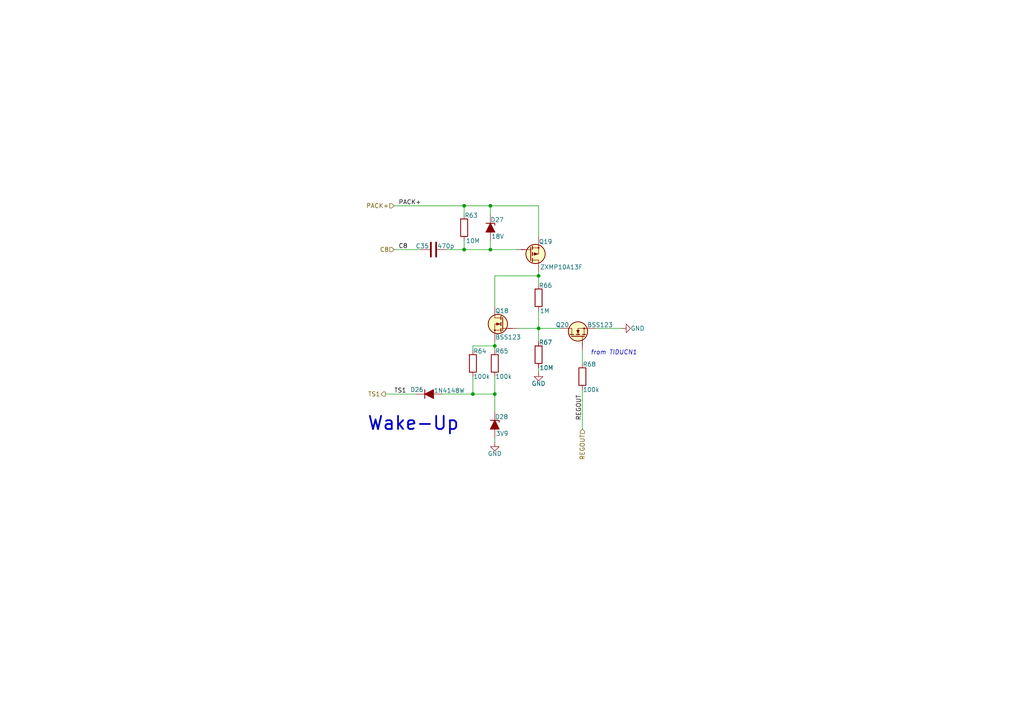
<source format=kicad_sch>
(kicad_sch (version 20250114) (generator "eeschema") (generator_version "9.0")
  (paper "A4")
  (lib_symbols
    (symbol "BSS123_1" (pin_numbers (hide yes)) (pin_names (hide yes))
      (property "Reference" "Q" (at 5.08 1.27 0))
      (property "Value" "BSS123" (at 5.08 -1.27 0))
      (symbol "BSS123_1_0_1"
        (polyline (pts (xy 0.254 1.905) (xy 0.254 -1.905)) (stroke (width 0.254)))
        (polyline (pts (xy 0.254 -1.27) (xy -2.54 -1.27)))
        (polyline (pts (xy 0.762 2.286) (xy 0.762 1.27)) (stroke (width 0.254)))
        (polyline (pts (xy 0.762 0.508) (xy 0.762 -0.508)) (stroke (width 0.254)))
        (polyline (pts (xy 0.762 -1.27) (xy 0.762 -2.286)) (stroke (width 0.254)))
        (polyline (pts (xy 0.762 -1.778) (xy 2.54 -1.778)))
        (polyline (pts (xy 1.016 0) (xy 2.032 0.381) (xy 2.032 -0.381) (xy 1.016 0)) (fill (type outline)))
        (circle (center 1.651 0) (radius 2.794) (stroke (width 0.254)) (fill (type background)))
        (polyline (pts (xy 2.54 2.54) (xy 2.54 1.778)))
        (polyline (pts (xy 2.54 1.778) (xy 0.762 1.778)))
        (circle (center 2.54 -1.778) (radius 0.1778) (fill (type outline)))
        (polyline (pts (xy 2.54 -2.54) (xy 2.54 0) (xy 0.762 0)))
      )
      (symbol "BSS123_1_1_1"
        (pin input line (at -3.81 -1.27 0) (length 2.54) (name "G") (number "1"))
        (pin passive line (at 2.54 5.08 270) (length 2.54) (name "D") (number "3"))
        (pin passive line (at 2.54 -5.08 90) (length 2.54) (name "S") (number "2"))
      )
    )
    (symbol "Device:C" (pin_numbers (hide yes)) (pin_names (offset 0.254))
      (property "Reference" "C" (at 0.635 2.54 0))
      (property "Value" "C" (at 0.635 -2.54 0))
      (symbol "C_0_1"
        (polyline (pts (xy -2.032 0.762) (xy 2.032 0.762)) (stroke (width 0.508)))
        (polyline (pts (xy -2.032 -0.762) (xy 2.032 -0.762)) (stroke (width 0.508)))
      )
      (symbol "C_1_1"
        (pin passive line (at 0 3.81 270) (length 2.794) (name "~") (number "1"))
        (pin passive line (at 0 -3.81 90) (length 2.794) (name "~") (number "2"))
      )
    )
    (symbol "Device:D_Zener_Filled" (pin_numbers (hide yes)) (pin_names (offset 1.016) (hide yes))
      (property "Reference" "D" (at 0 2.54 0))
      (property "Value" "D_Zener_Filled" (at 0 -2.54 0))
      (symbol "D_Zener_Filled_0_1"
        (polyline (pts (xy -1.27 -1.27) (xy -1.27 1.27) (xy -0.762 1.27)) (stroke (width 0.254)))
        (polyline (pts (xy 1.27 0) (xy -1.27 0)))
        (polyline (pts (xy 1.27 -1.27) (xy 1.27 1.27) (xy -1.27 0) (xy 1.27 -1.27)) (stroke (width 0.254)) (fill (type outline)))
      )
      (symbol "D_Zener_Filled_1_1"
        (pin passive line (at -3.81 0 0) (length 2.54) (name "K") (number "1"))
        (pin passive line (at 3.81 0 180) (length 2.54) (name "A") (number "2"))
      )
    )
    (symbol "Device:R" (pin_numbers (hide yes)) (pin_names (offset 0))
      (property "Reference" "R" (at 2.032 0 90))
      (property "Value" "R" (at 0 0 90))
      (symbol "R_0_1"
        (rectangle (start -1.016 -2.54) (end 1.016 2.54) (stroke (width 0.254)))
      )
      (symbol "R_1_1"
        (pin passive line (at 0 3.81 270) (length 1.27) (name "~") (number "1"))
        (pin passive line (at 0 -3.81 90) (length 1.27) (name "~") (number "2"))
      )
    )
    (symbol "PCM_Diode_AKL:1N4148W" (pin_numbers (hide yes)) (pin_names (offset 1.016) (hide yes))
      (property "Reference" "D" (at 0 5.08 0))
      (property "Value" "1N4148W" (at 0 2.54 0))
      (symbol "1N4148W_0_1"
        (polyline (pts (xy -1.27 1.27) (xy -1.27 -1.27) (xy 1.27 0) (xy -1.27 1.27)) (stroke (width 0.254)) (fill (type outline)))
        (polyline (pts (xy -1.27 0) (xy 1.27 0)))
        (polyline (pts (xy 1.27 1.27) (xy 1.27 -1.27)) (stroke (width 0.254)))
      )
      (symbol "1N4148W_0_2"
        (polyline (pts (xy -2.54 -2.54) (xy 2.54 2.54)))
        (polyline (pts (xy -0.889 -0.889) (xy -1.778 0) (xy 0.889 0.889) (xy 0 -1.778) (xy -0.889 -0.889)) (stroke (width 0.254)) (fill (type outline)))
        (polyline (pts (xy 0 1.778) (xy 1.778 0)) (stroke (width 0.254)))
      )
      (symbol "1N4148W_1_1"
        (pin passive line (at -3.81 0 0) (length 2.54) (name "A") (number "2"))
        (pin passive line (at 3.81 0 180) (length 2.54) (name "K") (number "1"))
      )
      (symbol "1N4148W_1_2"
        (pin passive line (at -2.54 -2.54 0) (length 0) (name "A") (number "2"))
        (pin passive line (at 2.54 2.54 180) (length 0) (name "K") (number "1"))
      )
    )
    (symbol "ZXMP10A13F_2" (pin_numbers (hide yes)) (pin_names (hide yes))
      (property "Reference" "Q" (at 5.08 1.27 0))
      (property "Value" "ZXMP10A13F" (at 5.08 -1.27 0))
      (symbol "ZXMP10A13F_2_0_1"
        (polyline (pts (xy 0.254 1.27) (xy -2.54 1.27)))
        (polyline (pts (xy 0.254 -1.905) (xy 0.254 1.905)) (stroke (width 0.254)))
        (polyline (pts (xy 0.762 1.778) (xy 2.54 1.778)))
        (polyline (pts (xy 0.762 1.27) (xy 0.762 2.286)) (stroke (width 0.254)))
        (polyline (pts (xy 0.762 -0.508) (xy 0.762 0.508)) (stroke (width 0.254)))
        (polyline (pts (xy 0.762 -1.778) (xy 2.54 -1.778)))
        (polyline (pts (xy 0.762 -2.286) (xy 0.762 -1.27)) (stroke (width 0.254)))
        (polyline (pts (xy 2.286 0) (xy 1.27 -0.381) (xy 1.27 0.381) (xy 2.286 0)) (fill (type outline)))
        (polyline (pts (xy 2.54 2.54) (xy 2.54 0) (xy 0.762 0)))
        (polyline (pts (xy 2.54 -2.54) (xy 2.54 -1.778)))
      )
      (symbol "ZXMP10A13F_2_1_1"
        (circle (center 1.651 0) (radius 2.794) (stroke (width 0.254)) (fill (type background)))
        (circle (center 2.54 1.778) (radius 0.1778) (fill (type outline)))
        (pin input line (at -3.81 1.27 0) (length 2.54) (name "G") (number "1"))
        (pin passive line (at 2.54 5.08 270) (length 2.54) (name "S") (number "2"))
        (pin passive line (at 2.54 -5.08 90) (length 2.54) (name "D") (number "3"))
      )
    )
    (symbol "power:GND" (power) (pin_numbers (hide yes)) (pin_names (offset 0) (hide yes))
      (property "Value" "GND" (at 0 -3.81 0))
      (symbol "GND_0_1"
        (polyline (pts (xy 0 0) (xy 0 -1.27) (xy 1.27 -1.27) (xy 0 -2.54) (xy -1.27 -1.27) (xy 0 -1.27)))
      )
      (symbol "GND_1_1"
        (pin power_in line (at 0 0 270) (length 0) (name "~") (number "1"))
      )
    )
  )
  (text "Wake-Up" (at 119.888 122.936 0) (effects (font (size 3.81 3.81) (thickness 0.508) (bold yes))))
  (text "from TIDUCN1" (at 178.054 102.362 0) (effects (font (size 1.27 1.27) (italic yes))))
  (junction (at 143.51 100.33))
  (junction (at 134.62 72.39))
  (junction (at 143.51 114.3))
  (junction (at 137.16 114.3))
  (junction (at 156.21 95.25))
  (junction (at 134.62 59.69))
  (junction (at 142.24 59.69))
  (junction (at 156.21 80.01))
  (junction (at 142.24 72.39))
  (wire (pts (xy 114.3 59.69) (xy 134.62 59.69)))
  (wire (pts (xy 143.51 88.9) (xy 143.51 80.01)))
  (wire (pts (xy 172.72 95.25) (xy 180.34 95.25)))
  (wire (pts (xy 143.51 99.06) (xy 143.51 100.33)))
  (wire (pts (xy 134.62 59.69) (xy 134.62 62.23)))
  (wire (pts (xy 137.16 101.6) (xy 137.16 100.33)))
  (wire (pts (xy 142.24 62.23) (xy 142.24 59.69)))
  (wire (pts (xy 134.62 59.69) (xy 142.24 59.69)))
  (wire (pts (xy 143.51 80.01) (xy 156.21 80.01)))
  (wire (pts (xy 168.91 101.6) (xy 168.91 105.41)))
  (wire (pts (xy 143.51 114.3) (xy 143.51 119.38)))
  (wire (pts (xy 143.51 127) (xy 143.51 128.27)))
  (wire (pts (xy 156.21 80.01) (xy 156.21 82.55)))
  (wire (pts (xy 129.54 72.39) (xy 134.62 72.39)))
  (wire (pts (xy 134.62 69.85) (xy 134.62 72.39)))
  (wire (pts (xy 149.86 95.25) (xy 156.21 95.25)))
  (wire (pts (xy 137.16 100.33) (xy 143.51 100.33)))
  (wire (pts (xy 142.24 59.69) (xy 156.21 59.69)))
  (wire (pts (xy 168.91 113.03) (xy 168.91 124.46)))
  (wire (pts (xy 142.24 72.39) (xy 149.86 72.39)))
  (wire (pts (xy 128.27 114.3) (xy 137.16 114.3)))
  (wire (pts (xy 156.21 95.25) (xy 156.21 99.06)))
  (wire (pts (xy 143.51 100.33) (xy 143.51 101.6)))
  (wire (pts (xy 137.16 114.3) (xy 143.51 114.3)))
  (wire (pts (xy 111.76 114.3) (xy 120.65 114.3)))
  (wire (pts (xy 114.3 72.39) (xy 121.92 72.39)))
  (wire (pts (xy 156.21 90.17) (xy 156.21 95.25)))
  (wire (pts (xy 142.24 69.85) (xy 142.24 72.39)))
  (wire (pts (xy 156.21 106.68) (xy 156.21 107.95)))
  (wire (pts (xy 156.21 68.58) (xy 156.21 59.69)))
  (wire (pts (xy 156.21 78.74) (xy 156.21 80.01)))
  (wire (pts (xy 156.21 95.25) (xy 162.56 95.25)))
  (wire (pts (xy 137.16 109.22) (xy 137.16 114.3)))
  (wire (pts (xy 134.62 72.39) (xy 142.24 72.39)))
  (wire (pts (xy 143.51 109.22) (xy 143.51 114.3)))
  (label "REGOUT" (at 168.91 121.92 90))
  (label "TS1" (at 114.3 114.3 0))
  (label "PACK+" (at 115.57 59.69 0))
  (label "C8" (at 115.57 72.39 0))
  (hierarchical_label "C8" (shape input) (at 114.3 72.39 180))
  (hierarchical_label "PACK+" (shape input) (at 114.3 59.69 180))
  (hierarchical_label "TS1" (shape output) (at 111.76 114.3 180))
  (hierarchical_label "REGOUT" (shape input) (at 168.91 124.46 270))
  (symbol (lib_id "power:GND") (at 156.21 107.95 0) (unit 1)
    (property "Reference" "#PWR029" (effects (hide yes)))
    (property "Value" "GND" (at 158.242 111.252 0) (effects (justify right)))
    (property "Description" "Power symbol creates a global label with name \"GND\" , ground" (effects (hide yes)))
  )
  (symbol (lib_id "Device:D_Zener_Filled") (at 143.51 123.19 270) (unit 1)
    (property "Reference" "D28" (at 143.51 120.904 90) (effects (justify left)))
    (property "Value" "3V9" (at 143.764 125.73 90) (effects (justify left)))
    (property "Footprint" "MMSZ3V9T1G:SOD3716X135N" (effects (hide yes)))
    (property "Description" "Zener diode, filled shape" (effects (hide yes)))
    (property "Link" "https://mou.sr/3JLnhp2" (effects (hide yes)))
    (property "Manufacturer Part Number" "MMSZ3V9T1G" (effects (hide yes)))
    (property "Price per Unit" "0.10" (effects (hide yes)))
    (property "Supplier" "Mouser" (effects (hide yes)))
    (property "Supplier Part Number" " 863-MMSZ3V9T1G" (effects (hide yes)))
  )
  (symbol (lib_id "Device:R") (at 156.21 86.36 0) (mirror y) (unit 1)
    (property "Reference" "R66" (at 158.242 82.804 0))
    (property "Value" "1M" (at 157.988 90.17 0))
    (property "Description" "Resistor" (effects (hide yes)))
  )
  (symbol (lib_id "power:GND") (at 180.34 95.25 90) (unit 1)
    (property "Reference" "#PWR030" (effects (hide yes)))
    (property "Value" "GND" (at 182.88 95.25 90) (effects (justify right)))
    (property "Description" "Power symbol creates a global label with name \"GND\" , ground" (effects (hide yes)))
  )
  (symbol (lib_id "Device:R") (at 134.62 66.04 0) (mirror y) (unit 1)
    (property "Reference" "R63" (at 136.652 62.484 0))
    (property "Value" "10M" (at 137.16 69.85 0))
    (property "Description" "Resistor" (effects (hide yes)))
  )
  (symbol (lib_id "Device:R") (at 137.16 105.41 0) (mirror y) (unit 1)
    (property "Reference" "R64" (at 139.192 101.854 0))
    (property "Value" "100k" (at 139.7 109.22 0))
    (property "Description" "Resistor" (effects (hide yes)))
  )
  (symbol (lib_id "power:GND") (at 143.51 128.27 0) (unit 1)
    (property "Reference" "#PWR028" (effects (hide yes)))
    (property "Value" "GND" (at 145.542 131.572 0) (effects (justify right)))
    (property "Description" "Power symbol creates a global label with name \"GND\" , ground" (effects (hide yes)))
  )
  (symbol (lib_name "ZXMP10A13F_2") (lib_id "PCM_Transistor_MOSFET_AKL:ZXMP10A13F") (at 153.67 73.66 0) (unit 1)
    (property "Reference" "Q19" (at 158.242 70.104 0))
    (property "Value" "ZXMP10A13F" (at 162.814 77.47 0))
    (property "Datasheet" "https://www.tme.eu/Document/71caec234188a0900f7c4ed77bf796be/ZXMP10A13F.pdf" (effects (hide yes)))
    (property "Description" "SOT-23 P-MOSFET enchancement mode transistor, 100V, 0.7A, 625mW, Alternate KiCAD Library" (effects (hide yes)))
  )
  (symbol (lib_name "BSS123_1") (lib_id "PCM_Transistor_MOSFET_AKL:BSS123") (at 167.64 97.79 90) (unit 1)
    (property "Reference" "Q20" (at 165.1 94.234 90) (effects (justify left)))
    (property "Value" "BSS123" (at 177.8 94.234 90) (effects (justify left)))
    (property "Datasheet" "https://www.tme.eu/Document/ad8ba97d41c3fa59dd12a838ef660cd2/BSS123-FAI.pdf" (effects (hide yes)))
    (property "Description" "SOT-23 N-MOSFET enchancement mode transistor, 100V, 170mA, 360mW, Alternate KiCAD Library" (effects (hide yes)))
  )
  (symbol (lib_id "Device:C") (at 125.73 72.39 90) (unit 1)
    (property "Reference" "C35" (at 124.46 71.374 90) (effects (justify left)))
    (property "Value" "470p" (at 131.826 71.374 90) (effects (justify left)))
    (property "Footprint" "Capacitor_SMD:C_0603_1608Metric_Pad1.08x0.95mm_HandSolder" (effects (hide yes)))
    (property "Description" "Unpolarized capacitor" (effects (hide yes)))
    (property "Link" "https://mou.sr/3UXYSz1" (effects (hide yes)))
    (property "Manufacturer Part Number" "CL10C471JB8NNND" (effects (hide yes)))
    (property "Price per Unit" "0.10" (effects (hide yes)))
    (property "Supplier" "Mouser" (effects (hide yes)))
    (property "Supplier Part Number" "187-CL10C471JB8NNND" (effects (hide yes)))
  )
  (symbol (lib_id "PCM_Diode_AKL:1N4148W") (at 124.46 114.3 180) (unit 1)
    (property "Reference" "D26" (at 120.904 113.03 0))
    (property "Value" "1N4148W" (at 130.302 113.284 0))
    (property "Footprint" "1N4148W:SODFL3816X120N" (effects (hide yes)))
    (property "Datasheet" "https://datasheet.octopart.com/1N4148W-HE3-18-Vishay-datasheet-17291302.pdf" (effects (hide yes)))
    (property "Description" "SOD-123 Diode, Small Signal, Fast Switching, 75V, 150mA, 4ns, Alternate KiCad Library" (effects (hide yes)))
    (property "Link" "https://mou.sr/3kOR7fV" (effects (hide yes)))
    (property "Manufacturer Part Number" "1N4148W" (effects (hide yes)))
    (property "Price per Unit" "0.10" (effects (hide yes)))
    (property "Supplier" "Mouser" (effects (hide yes)))
    (property "Supplier Part Number" "637-1N4148W" (effects (hide yes)))
  )
  (symbol (lib_id "Device:R") (at 143.51 105.41 0) (mirror y) (unit 1)
    (property "Reference" "R65" (at 145.542 101.854 0))
    (property "Value" "100k" (at 146.05 109.22 0))
    (property "Description" "Resistor" (effects (hide yes)))
  )
  (symbol (lib_id "Device:D_Zener_Filled") (at 142.24 66.04 270) (unit 1)
    (property "Reference" "D27" (at 142.24 63.754 90) (effects (justify left)))
    (property "Value" "18V" (at 142.494 68.58 90) (effects (justify left)))
    (property "Footprint" "MMSZ3V9T1G:SOD3716X135N" (effects (hide yes)))
    (property "Description" "Zener diode, filled shape" (effects (hide yes)))
    (property "Link" "https://mou.sr/46cbcRl" (effects (hide yes)))
    (property "Manufacturer Part Number" "MMSZ4705-E3-08" (effects (hide yes)))
    (property "Price per Unit" "0.10" (effects (hide yes)))
    (property "Supplier" "Mouser" (effects (hide yes)))
    (property "Supplier Part Number" "78-MMSZ4705-E3-08" (effects (hide yes)))
  )
  (symbol (lib_name "BSS123_1") (lib_id "PCM_Transistor_MOSFET_AKL:BSS123") (at 146.05 93.98 0) (mirror y) (unit 1)
    (property "Reference" "Q18" (at 147.574 90.17 0) (effects (justify left)))
    (property "Value" "BSS123" (at 151.13 97.79 0) (effects (justify left)))
    (property "Datasheet" "https://www.tme.eu/Document/ad8ba97d41c3fa59dd12a838ef660cd2/BSS123-FAI.pdf" (effects (hide yes)))
    (property "Description" "SOT-23 N-MOSFET enchancement mode transistor, 100V, 170mA, 360mW, Alternate KiCAD Library" (effects (hide yes)))
  )
  (symbol (lib_id "Device:R") (at 156.21 102.87 0) (mirror y) (unit 1)
    (property "Reference" "R67" (at 158.242 99.314 0))
    (property "Value" "10M" (at 158.496 106.68 0))
    (property "Description" "Resistor" (effects (hide yes)))
  )
  (symbol (lib_id "Device:R") (at 168.91 109.22 0) (mirror y) (unit 1)
    (property "Reference" "R68" (at 170.942 105.664 0))
    (property "Value" "100k" (at 171.45 113.03 0))
    (property "Description" "Resistor" (effects (hide yes)))
  )
)
</source>
